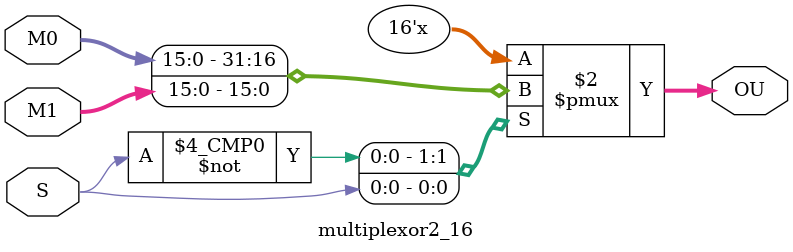
<source format=v>
module multiplexor2_16(input S,input [15:0] M0,input [15:0] M1,output reg [15:0] OU);

always@(S or M0 or M1 ) begin

case(S)
0:OU=M0;
1:OU=M1;
endcase

end

endmodule
</source>
